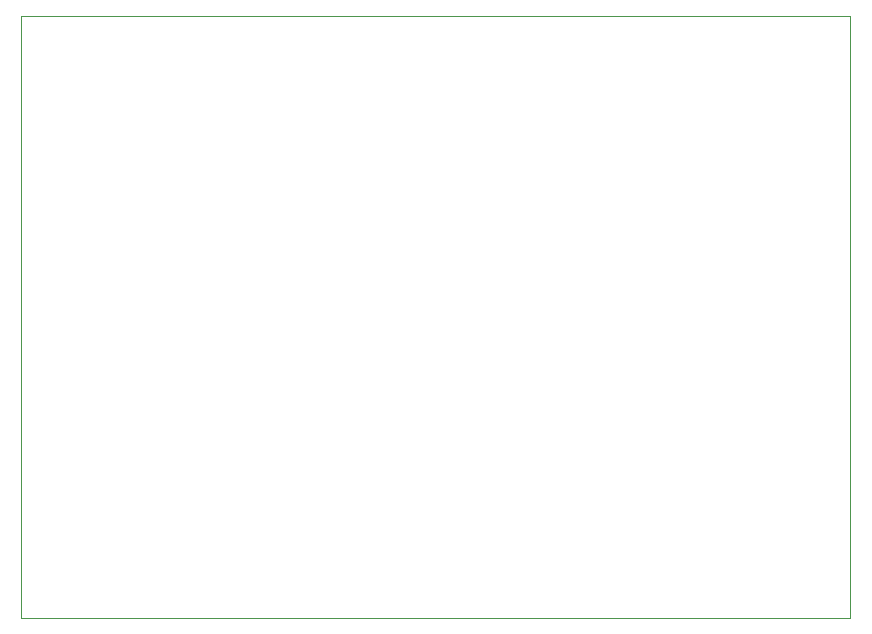
<source format=gbo>
G04 #@! TF.GenerationSoftware,KiCad,Pcbnew,8.0.4*
G04 #@! TF.CreationDate,2025-03-17T12:40:48-07:00*
G04 #@! TF.ProjectId,displaypcb,64697370-6c61-4797-9063-622e6b696361,2*
G04 #@! TF.SameCoordinates,Original*
G04 #@! TF.FileFunction,Legend,Bot*
G04 #@! TF.FilePolarity,Positive*
%FSLAX46Y46*%
G04 Gerber Fmt 4.6, Leading zero omitted, Abs format (unit mm)*
G04 Created by KiCad (PCBNEW 8.0.4) date 2025-03-17 12:40:48*
%MOMM*%
%LPD*%
G01*
G04 APERTURE LIST*
%ADD10C,0.100000*%
G04 APERTURE END LIST*
D10*
X135100000Y-125500000D02*
X64900000Y-125500000D01*
X64900000Y-74500000D01*
X135100000Y-74500000D01*
X135100000Y-125500000D01*
%LPC*%
%LPD*%
M02*

</source>
